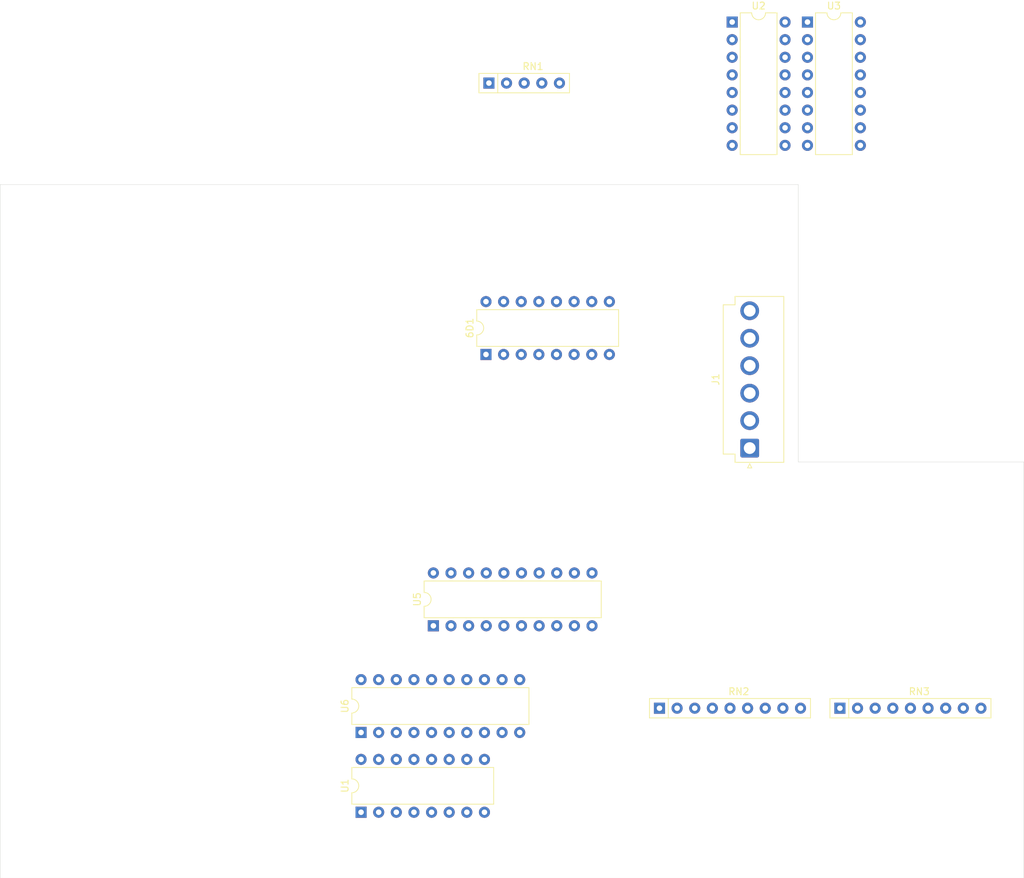
<source format=kicad_pcb>
(kicad_pcb (version 20171130) (host pcbnew "(5.1.10-1-10_14)")

  (general
    (thickness 1.6)
    (drawings 6)
    (tracks 0)
    (zones 0)
    (modules 10)
    (nets 116)
  )

  (page A4)
  (layers
    (0 F.Cu signal)
    (31 B.Cu signal)
    (32 B.Adhes user)
    (33 F.Adhes user)
    (34 B.Paste user)
    (35 F.Paste user)
    (36 B.SilkS user)
    (37 F.SilkS user)
    (38 B.Mask user)
    (39 F.Mask user)
    (40 Dwgs.User user)
    (41 Cmts.User user)
    (42 Eco1.User user)
    (43 Eco2.User user)
    (44 Edge.Cuts user)
    (45 Margin user)
    (46 B.CrtYd user)
    (47 F.CrtYd user)
    (48 B.Fab user)
    (49 F.Fab user)
  )

  (setup
    (last_trace_width 0.25)
    (trace_clearance 0.2)
    (zone_clearance 0.508)
    (zone_45_only no)
    (trace_min 0.2)
    (via_size 0.8)
    (via_drill 0.4)
    (via_min_size 0.4)
    (via_min_drill 0.3)
    (uvia_size 0.3)
    (uvia_drill 0.1)
    (uvias_allowed no)
    (uvia_min_size 0.2)
    (uvia_min_drill 0.1)
    (edge_width 0.05)
    (segment_width 0.2)
    (pcb_text_width 0.3)
    (pcb_text_size 1.5 1.5)
    (mod_edge_width 0.12)
    (mod_text_size 1 1)
    (mod_text_width 0.15)
    (pad_size 1.524 1.524)
    (pad_drill 0.762)
    (pad_to_mask_clearance 0)
    (aux_axis_origin 0 0)
    (visible_elements FFFFFF7F)
    (pcbplotparams
      (layerselection 0x010fc_ffffffff)
      (usegerberextensions false)
      (usegerberattributes true)
      (usegerberadvancedattributes true)
      (creategerberjobfile true)
      (excludeedgelayer true)
      (linewidth 0.100000)
      (plotframeref false)
      (viasonmask false)
      (mode 1)
      (useauxorigin false)
      (hpglpennumber 1)
      (hpglpenspeed 20)
      (hpglpendiameter 15.000000)
      (psnegative false)
      (psa4output false)
      (plotreference true)
      (plotvalue true)
      (plotinvisibletext false)
      (padsonsilk false)
      (subtractmaskfromsilk false)
      (outputformat 1)
      (mirror false)
      (drillshape 1)
      (scaleselection 1)
      (outputdirectory ""))
  )

  (net 0 "")
  (net 1 "Net-(6D1-Pad8)")
  (net 2 "Net-(6D1-Pad6)")
  (net 3 "Net-(6D1-Pad13)")
  (net 4 "Net-(6D1-Pad5)")
  (net 5 "Net-(6D1-Pad12)")
  (net 6 "Net-(6D1-Pad4)")
  (net 7 "Net-(6D1-Pad11)")
  (net 8 "Net-(6D1-Pad3)")
  (net 9 "Net-(6D1-Pad10)")
  (net 10 "Net-(6D1-Pad2)")
  (net 11 "Net-(6D1-Pad9)")
  (net 12 "Net-(6D1-Pad1)")
  (net 13 "Net-(J1-Pad6)")
  (net 14 "Net-(J1-Pad5)")
  (net 15 "Net-(J1-Pad4)")
  (net 16 "Net-(J1-Pad3)")
  (net 17 "Net-(J1-Pad2)")
  (net 18 "Net-(J1-Pad1)")
  (net 19 "Net-(RN1-Pad5)")
  (net 20 "Net-(RN1-Pad4)")
  (net 21 "Net-(RN1-Pad3)")
  (net 22 "Net-(RN1-Pad2)")
  (net 23 "Net-(RN1-Pad1)")
  (net 24 "Net-(RN2-Pad9)")
  (net 25 "Net-(RN2-Pad8)")
  (net 26 "Net-(RN2-Pad7)")
  (net 27 "Net-(RN2-Pad6)")
  (net 28 "Net-(RN2-Pad5)")
  (net 29 "Net-(RN2-Pad4)")
  (net 30 "Net-(RN2-Pad3)")
  (net 31 "Net-(RN2-Pad2)")
  (net 32 "Net-(RN2-Pad1)")
  (net 33 "Net-(RN3-Pad9)")
  (net 34 "Net-(RN3-Pad8)")
  (net 35 "Net-(RN3-Pad7)")
  (net 36 "Net-(RN3-Pad6)")
  (net 37 "Net-(RN3-Pad5)")
  (net 38 "Net-(RN3-Pad4)")
  (net 39 "Net-(RN3-Pad3)")
  (net 40 "Net-(RN3-Pad2)")
  (net 41 "Net-(RN3-Pad1)")
  (net 42 "Net-(U1-Pad16)")
  (net 43 "Net-(U1-Pad8)")
  (net 44 "Net-(U1-Pad15)")
  (net 45 "Net-(U1-Pad7)")
  (net 46 "Net-(U1-Pad14)")
  (net 47 "Net-(U1-Pad6)")
  (net 48 "Net-(U1-Pad13)")
  (net 49 "Net-(U1-Pad5)")
  (net 50 "Net-(U1-Pad12)")
  (net 51 "Net-(U1-Pad4)")
  (net 52 "Net-(U1-Pad11)")
  (net 53 "Net-(U1-Pad3)")
  (net 54 "Net-(U1-Pad10)")
  (net 55 "Net-(U1-Pad2)")
  (net 56 "Net-(U1-Pad9)")
  (net 57 "Net-(U1-Pad1)")
  (net 58 "Net-(U2-Pad16)")
  (net 59 "Net-(U2-Pad8)")
  (net 60 "Net-(U2-Pad15)")
  (net 61 "Net-(U2-Pad7)")
  (net 62 "Net-(U2-Pad14)")
  (net 63 "Net-(U2-Pad6)")
  (net 64 "Net-(U2-Pad13)")
  (net 65 "Net-(U2-Pad5)")
  (net 66 "Net-(U2-Pad12)")
  (net 67 "Net-(U2-Pad4)")
  (net 68 "Net-(U2-Pad11)")
  (net 69 "Net-(U2-Pad3)")
  (net 70 "Net-(U2-Pad10)")
  (net 71 "Net-(U2-Pad2)")
  (net 72 "Net-(U2-Pad9)")
  (net 73 "Net-(U2-Pad1)")
  (net 74 "Net-(U3-Pad7)")
  (net 75 "Net-(U3-Pad14)")
  (net 76 "Net-(U5-Pad20)")
  (net 77 "Net-(U5-Pad10)")
  (net 78 "Net-(U5-Pad19)")
  (net 79 "Net-(U5-Pad9)")
  (net 80 "Net-(U5-Pad18)")
  (net 81 "Net-(U5-Pad8)")
  (net 82 "Net-(U5-Pad17)")
  (net 83 "Net-(U5-Pad7)")
  (net 84 "Net-(U5-Pad16)")
  (net 85 "Net-(U5-Pad6)")
  (net 86 "Net-(U5-Pad15)")
  (net 87 "Net-(U5-Pad5)")
  (net 88 "Net-(U5-Pad14)")
  (net 89 "Net-(U5-Pad4)")
  (net 90 "Net-(U5-Pad13)")
  (net 91 "Net-(U5-Pad3)")
  (net 92 "Net-(U5-Pad12)")
  (net 93 "Net-(U5-Pad2)")
  (net 94 "Net-(U5-Pad11)")
  (net 95 "Net-(U5-Pad1)")
  (net 96 "Net-(U6-Pad20)")
  (net 97 "Net-(U6-Pad10)")
  (net 98 "Net-(U6-Pad19)")
  (net 99 "Net-(U6-Pad9)")
  (net 100 "Net-(U6-Pad18)")
  (net 101 "Net-(U6-Pad8)")
  (net 102 "Net-(U6-Pad17)")
  (net 103 "Net-(U6-Pad7)")
  (net 104 "Net-(U6-Pad16)")
  (net 105 "Net-(U6-Pad6)")
  (net 106 "Net-(U6-Pad15)")
  (net 107 "Net-(U6-Pad5)")
  (net 108 "Net-(U6-Pad14)")
  (net 109 "Net-(U6-Pad4)")
  (net 110 "Net-(U6-Pad13)")
  (net 111 "Net-(U6-Pad3)")
  (net 112 "Net-(U6-Pad12)")
  (net 113 "Net-(U6-Pad2)")
  (net 114 "Net-(U6-Pad11)")
  (net 115 "Net-(U6-Pad1)")

  (net_class Default "This is the default net class."
    (clearance 0.2)
    (trace_width 0.25)
    (via_dia 0.8)
    (via_drill 0.4)
    (uvia_dia 0.3)
    (uvia_drill 0.1)
    (add_net "Net-(6D1-Pad1)")
    (add_net "Net-(6D1-Pad10)")
    (add_net "Net-(6D1-Pad11)")
    (add_net "Net-(6D1-Pad12)")
    (add_net "Net-(6D1-Pad13)")
    (add_net "Net-(6D1-Pad2)")
    (add_net "Net-(6D1-Pad3)")
    (add_net "Net-(6D1-Pad4)")
    (add_net "Net-(6D1-Pad5)")
    (add_net "Net-(6D1-Pad6)")
    (add_net "Net-(6D1-Pad8)")
    (add_net "Net-(6D1-Pad9)")
    (add_net "Net-(J1-Pad1)")
    (add_net "Net-(J1-Pad2)")
    (add_net "Net-(J1-Pad3)")
    (add_net "Net-(J1-Pad4)")
    (add_net "Net-(J1-Pad5)")
    (add_net "Net-(J1-Pad6)")
    (add_net "Net-(RN1-Pad1)")
    (add_net "Net-(RN1-Pad2)")
    (add_net "Net-(RN1-Pad3)")
    (add_net "Net-(RN1-Pad4)")
    (add_net "Net-(RN1-Pad5)")
    (add_net "Net-(RN2-Pad1)")
    (add_net "Net-(RN2-Pad2)")
    (add_net "Net-(RN2-Pad3)")
    (add_net "Net-(RN2-Pad4)")
    (add_net "Net-(RN2-Pad5)")
    (add_net "Net-(RN2-Pad6)")
    (add_net "Net-(RN2-Pad7)")
    (add_net "Net-(RN2-Pad8)")
    (add_net "Net-(RN2-Pad9)")
    (add_net "Net-(RN3-Pad1)")
    (add_net "Net-(RN3-Pad2)")
    (add_net "Net-(RN3-Pad3)")
    (add_net "Net-(RN3-Pad4)")
    (add_net "Net-(RN3-Pad5)")
    (add_net "Net-(RN3-Pad6)")
    (add_net "Net-(RN3-Pad7)")
    (add_net "Net-(RN3-Pad8)")
    (add_net "Net-(RN3-Pad9)")
    (add_net "Net-(U1-Pad1)")
    (add_net "Net-(U1-Pad10)")
    (add_net "Net-(U1-Pad11)")
    (add_net "Net-(U1-Pad12)")
    (add_net "Net-(U1-Pad13)")
    (add_net "Net-(U1-Pad14)")
    (add_net "Net-(U1-Pad15)")
    (add_net "Net-(U1-Pad16)")
    (add_net "Net-(U1-Pad2)")
    (add_net "Net-(U1-Pad3)")
    (add_net "Net-(U1-Pad4)")
    (add_net "Net-(U1-Pad5)")
    (add_net "Net-(U1-Pad6)")
    (add_net "Net-(U1-Pad7)")
    (add_net "Net-(U1-Pad8)")
    (add_net "Net-(U1-Pad9)")
    (add_net "Net-(U2-Pad1)")
    (add_net "Net-(U2-Pad10)")
    (add_net "Net-(U2-Pad11)")
    (add_net "Net-(U2-Pad12)")
    (add_net "Net-(U2-Pad13)")
    (add_net "Net-(U2-Pad14)")
    (add_net "Net-(U2-Pad15)")
    (add_net "Net-(U2-Pad16)")
    (add_net "Net-(U2-Pad2)")
    (add_net "Net-(U2-Pad3)")
    (add_net "Net-(U2-Pad4)")
    (add_net "Net-(U2-Pad5)")
    (add_net "Net-(U2-Pad6)")
    (add_net "Net-(U2-Pad7)")
    (add_net "Net-(U2-Pad8)")
    (add_net "Net-(U2-Pad9)")
    (add_net "Net-(U3-Pad14)")
    (add_net "Net-(U3-Pad7)")
    (add_net "Net-(U5-Pad1)")
    (add_net "Net-(U5-Pad10)")
    (add_net "Net-(U5-Pad11)")
    (add_net "Net-(U5-Pad12)")
    (add_net "Net-(U5-Pad13)")
    (add_net "Net-(U5-Pad14)")
    (add_net "Net-(U5-Pad15)")
    (add_net "Net-(U5-Pad16)")
    (add_net "Net-(U5-Pad17)")
    (add_net "Net-(U5-Pad18)")
    (add_net "Net-(U5-Pad19)")
    (add_net "Net-(U5-Pad2)")
    (add_net "Net-(U5-Pad20)")
    (add_net "Net-(U5-Pad3)")
    (add_net "Net-(U5-Pad4)")
    (add_net "Net-(U5-Pad5)")
    (add_net "Net-(U5-Pad6)")
    (add_net "Net-(U5-Pad7)")
    (add_net "Net-(U5-Pad8)")
    (add_net "Net-(U5-Pad9)")
    (add_net "Net-(U6-Pad1)")
    (add_net "Net-(U6-Pad10)")
    (add_net "Net-(U6-Pad11)")
    (add_net "Net-(U6-Pad12)")
    (add_net "Net-(U6-Pad13)")
    (add_net "Net-(U6-Pad14)")
    (add_net "Net-(U6-Pad15)")
    (add_net "Net-(U6-Pad16)")
    (add_net "Net-(U6-Pad17)")
    (add_net "Net-(U6-Pad18)")
    (add_net "Net-(U6-Pad19)")
    (add_net "Net-(U6-Pad2)")
    (add_net "Net-(U6-Pad20)")
    (add_net "Net-(U6-Pad3)")
    (add_net "Net-(U6-Pad4)")
    (add_net "Net-(U6-Pad5)")
    (add_net "Net-(U6-Pad6)")
    (add_net "Net-(U6-Pad7)")
    (add_net "Net-(U6-Pad8)")
    (add_net "Net-(U6-Pad9)")
  )

  (module Package_DIP:DIP-20_W7.62mm (layer F.Cu) (tedit 5A02E8C5) (tstamp 61FC86C9)
    (at 112 129 90)
    (descr "20-lead though-hole mounted DIP package, row spacing 7.62 mm (300 mils)")
    (tags "THT DIP DIL PDIP 2.54mm 7.62mm 300mil")
    (path /624F2B5E)
    (fp_text reference U6 (at 3.81 -2.33 90) (layer F.SilkS)
      (effects (font (size 1 1) (thickness 0.15)))
    )
    (fp_text value GAL16V8 (at 3.81 25.19 90) (layer F.Fab)
      (effects (font (size 1 1) (thickness 0.15)))
    )
    (fp_text user %R (at 3.81 11.43 90) (layer F.Fab)
      (effects (font (size 1 1) (thickness 0.15)))
    )
    (fp_arc (start 3.81 -1.33) (end 2.81 -1.33) (angle -180) (layer F.SilkS) (width 0.12))
    (fp_line (start 1.635 -1.27) (end 6.985 -1.27) (layer F.Fab) (width 0.1))
    (fp_line (start 6.985 -1.27) (end 6.985 24.13) (layer F.Fab) (width 0.1))
    (fp_line (start 6.985 24.13) (end 0.635 24.13) (layer F.Fab) (width 0.1))
    (fp_line (start 0.635 24.13) (end 0.635 -0.27) (layer F.Fab) (width 0.1))
    (fp_line (start 0.635 -0.27) (end 1.635 -1.27) (layer F.Fab) (width 0.1))
    (fp_line (start 2.81 -1.33) (end 1.16 -1.33) (layer F.SilkS) (width 0.12))
    (fp_line (start 1.16 -1.33) (end 1.16 24.19) (layer F.SilkS) (width 0.12))
    (fp_line (start 1.16 24.19) (end 6.46 24.19) (layer F.SilkS) (width 0.12))
    (fp_line (start 6.46 24.19) (end 6.46 -1.33) (layer F.SilkS) (width 0.12))
    (fp_line (start 6.46 -1.33) (end 4.81 -1.33) (layer F.SilkS) (width 0.12))
    (fp_line (start -1.1 -1.55) (end -1.1 24.4) (layer F.CrtYd) (width 0.05))
    (fp_line (start -1.1 24.4) (end 8.7 24.4) (layer F.CrtYd) (width 0.05))
    (fp_line (start 8.7 24.4) (end 8.7 -1.55) (layer F.CrtYd) (width 0.05))
    (fp_line (start 8.7 -1.55) (end -1.1 -1.55) (layer F.CrtYd) (width 0.05))
    (pad 20 thru_hole oval (at 7.62 0 90) (size 1.6 1.6) (drill 0.8) (layers *.Cu *.Mask)
      (net 96 "Net-(U6-Pad20)"))
    (pad 10 thru_hole oval (at 0 22.86 90) (size 1.6 1.6) (drill 0.8) (layers *.Cu *.Mask)
      (net 97 "Net-(U6-Pad10)"))
    (pad 19 thru_hole oval (at 7.62 2.54 90) (size 1.6 1.6) (drill 0.8) (layers *.Cu *.Mask)
      (net 98 "Net-(U6-Pad19)"))
    (pad 9 thru_hole oval (at 0 20.32 90) (size 1.6 1.6) (drill 0.8) (layers *.Cu *.Mask)
      (net 99 "Net-(U6-Pad9)"))
    (pad 18 thru_hole oval (at 7.62 5.08 90) (size 1.6 1.6) (drill 0.8) (layers *.Cu *.Mask)
      (net 100 "Net-(U6-Pad18)"))
    (pad 8 thru_hole oval (at 0 17.78 90) (size 1.6 1.6) (drill 0.8) (layers *.Cu *.Mask)
      (net 101 "Net-(U6-Pad8)"))
    (pad 17 thru_hole oval (at 7.62 7.62 90) (size 1.6 1.6) (drill 0.8) (layers *.Cu *.Mask)
      (net 102 "Net-(U6-Pad17)"))
    (pad 7 thru_hole oval (at 0 15.24 90) (size 1.6 1.6) (drill 0.8) (layers *.Cu *.Mask)
      (net 103 "Net-(U6-Pad7)"))
    (pad 16 thru_hole oval (at 7.62 10.16 90) (size 1.6 1.6) (drill 0.8) (layers *.Cu *.Mask)
      (net 104 "Net-(U6-Pad16)"))
    (pad 6 thru_hole oval (at 0 12.7 90) (size 1.6 1.6) (drill 0.8) (layers *.Cu *.Mask)
      (net 105 "Net-(U6-Pad6)"))
    (pad 15 thru_hole oval (at 7.62 12.7 90) (size 1.6 1.6) (drill 0.8) (layers *.Cu *.Mask)
      (net 106 "Net-(U6-Pad15)"))
    (pad 5 thru_hole oval (at 0 10.16 90) (size 1.6 1.6) (drill 0.8) (layers *.Cu *.Mask)
      (net 107 "Net-(U6-Pad5)"))
    (pad 14 thru_hole oval (at 7.62 15.24 90) (size 1.6 1.6) (drill 0.8) (layers *.Cu *.Mask)
      (net 108 "Net-(U6-Pad14)"))
    (pad 4 thru_hole oval (at 0 7.62 90) (size 1.6 1.6) (drill 0.8) (layers *.Cu *.Mask)
      (net 109 "Net-(U6-Pad4)"))
    (pad 13 thru_hole oval (at 7.62 17.78 90) (size 1.6 1.6) (drill 0.8) (layers *.Cu *.Mask)
      (net 110 "Net-(U6-Pad13)"))
    (pad 3 thru_hole oval (at 0 5.08 90) (size 1.6 1.6) (drill 0.8) (layers *.Cu *.Mask)
      (net 111 "Net-(U6-Pad3)"))
    (pad 12 thru_hole oval (at 7.62 20.32 90) (size 1.6 1.6) (drill 0.8) (layers *.Cu *.Mask)
      (net 112 "Net-(U6-Pad12)"))
    (pad 2 thru_hole oval (at 0 2.54 90) (size 1.6 1.6) (drill 0.8) (layers *.Cu *.Mask)
      (net 113 "Net-(U6-Pad2)"))
    (pad 11 thru_hole oval (at 7.62 22.86 90) (size 1.6 1.6) (drill 0.8) (layers *.Cu *.Mask)
      (net 114 "Net-(U6-Pad11)"))
    (pad 1 thru_hole rect (at 0 0 90) (size 1.6 1.6) (drill 0.8) (layers *.Cu *.Mask)
      (net 115 "Net-(U6-Pad1)"))
    (model ${KISYS3DMOD}/Package_DIP.3dshapes/DIP-20_W7.62mm.wrl
      (at (xyz 0 0 0))
      (scale (xyz 1 1 1))
      (rotate (xyz 0 0 0))
    )
  )

  (module Package_DIP:DIP-20_W7.62mm (layer F.Cu) (tedit 5A02E8C5) (tstamp 61FC86A1)
    (at 122.42 113.62 90)
    (descr "20-lead though-hole mounted DIP package, row spacing 7.62 mm (300 mils)")
    (tags "THT DIP DIL PDIP 2.54mm 7.62mm 300mil")
    (path /624F23E2)
    (fp_text reference U5 (at 3.81 -2.33 90) (layer F.SilkS)
      (effects (font (size 1 1) (thickness 0.15)))
    )
    (fp_text value GAL16V8 (at 3.81 25.19 90) (layer F.Fab)
      (effects (font (size 1 1) (thickness 0.15)))
    )
    (fp_text user %R (at 3.81 11.43 90) (layer F.Fab)
      (effects (font (size 1 1) (thickness 0.15)))
    )
    (fp_arc (start 3.81 -1.33) (end 2.81 -1.33) (angle -180) (layer F.SilkS) (width 0.12))
    (fp_line (start 1.635 -1.27) (end 6.985 -1.27) (layer F.Fab) (width 0.1))
    (fp_line (start 6.985 -1.27) (end 6.985 24.13) (layer F.Fab) (width 0.1))
    (fp_line (start 6.985 24.13) (end 0.635 24.13) (layer F.Fab) (width 0.1))
    (fp_line (start 0.635 24.13) (end 0.635 -0.27) (layer F.Fab) (width 0.1))
    (fp_line (start 0.635 -0.27) (end 1.635 -1.27) (layer F.Fab) (width 0.1))
    (fp_line (start 2.81 -1.33) (end 1.16 -1.33) (layer F.SilkS) (width 0.12))
    (fp_line (start 1.16 -1.33) (end 1.16 24.19) (layer F.SilkS) (width 0.12))
    (fp_line (start 1.16 24.19) (end 6.46 24.19) (layer F.SilkS) (width 0.12))
    (fp_line (start 6.46 24.19) (end 6.46 -1.33) (layer F.SilkS) (width 0.12))
    (fp_line (start 6.46 -1.33) (end 4.81 -1.33) (layer F.SilkS) (width 0.12))
    (fp_line (start -1.1 -1.55) (end -1.1 24.4) (layer F.CrtYd) (width 0.05))
    (fp_line (start -1.1 24.4) (end 8.7 24.4) (layer F.CrtYd) (width 0.05))
    (fp_line (start 8.7 24.4) (end 8.7 -1.55) (layer F.CrtYd) (width 0.05))
    (fp_line (start 8.7 -1.55) (end -1.1 -1.55) (layer F.CrtYd) (width 0.05))
    (pad 20 thru_hole oval (at 7.62 0 90) (size 1.6 1.6) (drill 0.8) (layers *.Cu *.Mask)
      (net 76 "Net-(U5-Pad20)"))
    (pad 10 thru_hole oval (at 0 22.86 90) (size 1.6 1.6) (drill 0.8) (layers *.Cu *.Mask)
      (net 77 "Net-(U5-Pad10)"))
    (pad 19 thru_hole oval (at 7.62 2.54 90) (size 1.6 1.6) (drill 0.8) (layers *.Cu *.Mask)
      (net 78 "Net-(U5-Pad19)"))
    (pad 9 thru_hole oval (at 0 20.32 90) (size 1.6 1.6) (drill 0.8) (layers *.Cu *.Mask)
      (net 79 "Net-(U5-Pad9)"))
    (pad 18 thru_hole oval (at 7.62 5.08 90) (size 1.6 1.6) (drill 0.8) (layers *.Cu *.Mask)
      (net 80 "Net-(U5-Pad18)"))
    (pad 8 thru_hole oval (at 0 17.78 90) (size 1.6 1.6) (drill 0.8) (layers *.Cu *.Mask)
      (net 81 "Net-(U5-Pad8)"))
    (pad 17 thru_hole oval (at 7.62 7.62 90) (size 1.6 1.6) (drill 0.8) (layers *.Cu *.Mask)
      (net 82 "Net-(U5-Pad17)"))
    (pad 7 thru_hole oval (at 0 15.24 90) (size 1.6 1.6) (drill 0.8) (layers *.Cu *.Mask)
      (net 83 "Net-(U5-Pad7)"))
    (pad 16 thru_hole oval (at 7.62 10.16 90) (size 1.6 1.6) (drill 0.8) (layers *.Cu *.Mask)
      (net 84 "Net-(U5-Pad16)"))
    (pad 6 thru_hole oval (at 0 12.7 90) (size 1.6 1.6) (drill 0.8) (layers *.Cu *.Mask)
      (net 85 "Net-(U5-Pad6)"))
    (pad 15 thru_hole oval (at 7.62 12.7 90) (size 1.6 1.6) (drill 0.8) (layers *.Cu *.Mask)
      (net 86 "Net-(U5-Pad15)"))
    (pad 5 thru_hole oval (at 0 10.16 90) (size 1.6 1.6) (drill 0.8) (layers *.Cu *.Mask)
      (net 87 "Net-(U5-Pad5)"))
    (pad 14 thru_hole oval (at 7.62 15.24 90) (size 1.6 1.6) (drill 0.8) (layers *.Cu *.Mask)
      (net 88 "Net-(U5-Pad14)"))
    (pad 4 thru_hole oval (at 0 7.62 90) (size 1.6 1.6) (drill 0.8) (layers *.Cu *.Mask)
      (net 89 "Net-(U5-Pad4)"))
    (pad 13 thru_hole oval (at 7.62 17.78 90) (size 1.6 1.6) (drill 0.8) (layers *.Cu *.Mask)
      (net 90 "Net-(U5-Pad13)"))
    (pad 3 thru_hole oval (at 0 5.08 90) (size 1.6 1.6) (drill 0.8) (layers *.Cu *.Mask)
      (net 91 "Net-(U5-Pad3)"))
    (pad 12 thru_hole oval (at 7.62 20.32 90) (size 1.6 1.6) (drill 0.8) (layers *.Cu *.Mask)
      (net 92 "Net-(U5-Pad12)"))
    (pad 2 thru_hole oval (at 0 2.54 90) (size 1.6 1.6) (drill 0.8) (layers *.Cu *.Mask)
      (net 93 "Net-(U5-Pad2)"))
    (pad 11 thru_hole oval (at 7.62 22.86 90) (size 1.6 1.6) (drill 0.8) (layers *.Cu *.Mask)
      (net 94 "Net-(U5-Pad11)"))
    (pad 1 thru_hole rect (at 0 0 90) (size 1.6 1.6) (drill 0.8) (layers *.Cu *.Mask)
      (net 95 "Net-(U5-Pad1)"))
    (model ${KISYS3DMOD}/Package_DIP.3dshapes/DIP-20_W7.62mm.wrl
      (at (xyz 0 0 0))
      (scale (xyz 1 1 1))
      (rotate (xyz 0 0 0))
    )
  )

  (module Package_DIP:DIP-16_W7.62mm (layer F.Cu) (tedit 5A02E8C5) (tstamp 61FC8679)
    (at 176.325001 26.575001)
    (descr "16-lead though-hole mounted DIP package, row spacing 7.62 mm (300 mils)")
    (tags "THT DIP DIL PDIP 2.54mm 7.62mm 300mil")
    (path /624EF432)
    (fp_text reference U3 (at 3.81 -2.33) (layer F.SilkS)
      (effects (font (size 1 1) (thickness 0.15)))
    )
    (fp_text value 74LS14 (at 3.81 20.11) (layer F.Fab)
      (effects (font (size 1 1) (thickness 0.15)))
    )
    (fp_text user %R (at 3.81 8.89) (layer F.Fab)
      (effects (font (size 1 1) (thickness 0.15)))
    )
    (fp_arc (start 3.81 -1.33) (end 2.81 -1.33) (angle -180) (layer F.SilkS) (width 0.12))
    (fp_line (start 1.635 -1.27) (end 6.985 -1.27) (layer F.Fab) (width 0.1))
    (fp_line (start 6.985 -1.27) (end 6.985 19.05) (layer F.Fab) (width 0.1))
    (fp_line (start 6.985 19.05) (end 0.635 19.05) (layer F.Fab) (width 0.1))
    (fp_line (start 0.635 19.05) (end 0.635 -0.27) (layer F.Fab) (width 0.1))
    (fp_line (start 0.635 -0.27) (end 1.635 -1.27) (layer F.Fab) (width 0.1))
    (fp_line (start 2.81 -1.33) (end 1.16 -1.33) (layer F.SilkS) (width 0.12))
    (fp_line (start 1.16 -1.33) (end 1.16 19.11) (layer F.SilkS) (width 0.12))
    (fp_line (start 1.16 19.11) (end 6.46 19.11) (layer F.SilkS) (width 0.12))
    (fp_line (start 6.46 19.11) (end 6.46 -1.33) (layer F.SilkS) (width 0.12))
    (fp_line (start 6.46 -1.33) (end 4.81 -1.33) (layer F.SilkS) (width 0.12))
    (fp_line (start -1.1 -1.55) (end -1.1 19.3) (layer F.CrtYd) (width 0.05))
    (fp_line (start -1.1 19.3) (end 8.7 19.3) (layer F.CrtYd) (width 0.05))
    (fp_line (start 8.7 19.3) (end 8.7 -1.55) (layer F.CrtYd) (width 0.05))
    (fp_line (start 8.7 -1.55) (end -1.1 -1.55) (layer F.CrtYd) (width 0.05))
    (pad 16 thru_hole oval (at 7.62 0) (size 1.6 1.6) (drill 0.8) (layers *.Cu *.Mask))
    (pad 8 thru_hole oval (at 0 17.78) (size 1.6 1.6) (drill 0.8) (layers *.Cu *.Mask))
    (pad 15 thru_hole oval (at 7.62 2.54) (size 1.6 1.6) (drill 0.8) (layers *.Cu *.Mask))
    (pad 7 thru_hole oval (at 0 15.24) (size 1.6 1.6) (drill 0.8) (layers *.Cu *.Mask)
      (net 74 "Net-(U3-Pad7)"))
    (pad 14 thru_hole oval (at 7.62 5.08) (size 1.6 1.6) (drill 0.8) (layers *.Cu *.Mask)
      (net 75 "Net-(U3-Pad14)"))
    (pad 6 thru_hole oval (at 0 12.7) (size 1.6 1.6) (drill 0.8) (layers *.Cu *.Mask))
    (pad 13 thru_hole oval (at 7.62 7.62) (size 1.6 1.6) (drill 0.8) (layers *.Cu *.Mask))
    (pad 5 thru_hole oval (at 0 10.16) (size 1.6 1.6) (drill 0.8) (layers *.Cu *.Mask))
    (pad 12 thru_hole oval (at 7.62 10.16) (size 1.6 1.6) (drill 0.8) (layers *.Cu *.Mask))
    (pad 4 thru_hole oval (at 0 7.62) (size 1.6 1.6) (drill 0.8) (layers *.Cu *.Mask))
    (pad 11 thru_hole oval (at 7.62 12.7) (size 1.6 1.6) (drill 0.8) (layers *.Cu *.Mask))
    (pad 3 thru_hole oval (at 0 5.08) (size 1.6 1.6) (drill 0.8) (layers *.Cu *.Mask))
    (pad 10 thru_hole oval (at 7.62 15.24) (size 1.6 1.6) (drill 0.8) (layers *.Cu *.Mask))
    (pad 2 thru_hole oval (at 0 2.54) (size 1.6 1.6) (drill 0.8) (layers *.Cu *.Mask))
    (pad 9 thru_hole oval (at 7.62 17.78) (size 1.6 1.6) (drill 0.8) (layers *.Cu *.Mask))
    (pad 1 thru_hole rect (at 0 0) (size 1.6 1.6) (drill 0.8) (layers *.Cu *.Mask))
    (model ${KISYS3DMOD}/Package_DIP.3dshapes/DIP-16_W7.62mm.wrl
      (at (xyz 0 0 0))
      (scale (xyz 1 1 1))
      (rotate (xyz 0 0 0))
    )
  )

  (module Package_DIP:DIP-16_W7.62mm (layer F.Cu) (tedit 5A02E8C5) (tstamp 61FC8655)
    (at 165.475001 26.575001)
    (descr "16-lead though-hole mounted DIP package, row spacing 7.62 mm (300 mils)")
    (tags "THT DIP DIL PDIP 2.54mm 7.62mm 300mil")
    (path /624F2FA3)
    (fp_text reference U2 (at 3.81 -2.33) (layer F.SilkS)
      (effects (font (size 1 1) (thickness 0.15)))
    )
    (fp_text value 74LS175 (at 3.81 20.11) (layer F.Fab)
      (effects (font (size 1 1) (thickness 0.15)))
    )
    (fp_text user %R (at 3.81 8.89) (layer F.Fab)
      (effects (font (size 1 1) (thickness 0.15)))
    )
    (fp_arc (start 3.81 -1.33) (end 2.81 -1.33) (angle -180) (layer F.SilkS) (width 0.12))
    (fp_line (start 1.635 -1.27) (end 6.985 -1.27) (layer F.Fab) (width 0.1))
    (fp_line (start 6.985 -1.27) (end 6.985 19.05) (layer F.Fab) (width 0.1))
    (fp_line (start 6.985 19.05) (end 0.635 19.05) (layer F.Fab) (width 0.1))
    (fp_line (start 0.635 19.05) (end 0.635 -0.27) (layer F.Fab) (width 0.1))
    (fp_line (start 0.635 -0.27) (end 1.635 -1.27) (layer F.Fab) (width 0.1))
    (fp_line (start 2.81 -1.33) (end 1.16 -1.33) (layer F.SilkS) (width 0.12))
    (fp_line (start 1.16 -1.33) (end 1.16 19.11) (layer F.SilkS) (width 0.12))
    (fp_line (start 1.16 19.11) (end 6.46 19.11) (layer F.SilkS) (width 0.12))
    (fp_line (start 6.46 19.11) (end 6.46 -1.33) (layer F.SilkS) (width 0.12))
    (fp_line (start 6.46 -1.33) (end 4.81 -1.33) (layer F.SilkS) (width 0.12))
    (fp_line (start -1.1 -1.55) (end -1.1 19.3) (layer F.CrtYd) (width 0.05))
    (fp_line (start -1.1 19.3) (end 8.7 19.3) (layer F.CrtYd) (width 0.05))
    (fp_line (start 8.7 19.3) (end 8.7 -1.55) (layer F.CrtYd) (width 0.05))
    (fp_line (start 8.7 -1.55) (end -1.1 -1.55) (layer F.CrtYd) (width 0.05))
    (pad 16 thru_hole oval (at 7.62 0) (size 1.6 1.6) (drill 0.8) (layers *.Cu *.Mask)
      (net 58 "Net-(U2-Pad16)"))
    (pad 8 thru_hole oval (at 0 17.78) (size 1.6 1.6) (drill 0.8) (layers *.Cu *.Mask)
      (net 59 "Net-(U2-Pad8)"))
    (pad 15 thru_hole oval (at 7.62 2.54) (size 1.6 1.6) (drill 0.8) (layers *.Cu *.Mask)
      (net 60 "Net-(U2-Pad15)"))
    (pad 7 thru_hole oval (at 0 15.24) (size 1.6 1.6) (drill 0.8) (layers *.Cu *.Mask)
      (net 61 "Net-(U2-Pad7)"))
    (pad 14 thru_hole oval (at 7.62 5.08) (size 1.6 1.6) (drill 0.8) (layers *.Cu *.Mask)
      (net 62 "Net-(U2-Pad14)"))
    (pad 6 thru_hole oval (at 0 12.7) (size 1.6 1.6) (drill 0.8) (layers *.Cu *.Mask)
      (net 63 "Net-(U2-Pad6)"))
    (pad 13 thru_hole oval (at 7.62 7.62) (size 1.6 1.6) (drill 0.8) (layers *.Cu *.Mask)
      (net 64 "Net-(U2-Pad13)"))
    (pad 5 thru_hole oval (at 0 10.16) (size 1.6 1.6) (drill 0.8) (layers *.Cu *.Mask)
      (net 65 "Net-(U2-Pad5)"))
    (pad 12 thru_hole oval (at 7.62 10.16) (size 1.6 1.6) (drill 0.8) (layers *.Cu *.Mask)
      (net 66 "Net-(U2-Pad12)"))
    (pad 4 thru_hole oval (at 0 7.62) (size 1.6 1.6) (drill 0.8) (layers *.Cu *.Mask)
      (net 67 "Net-(U2-Pad4)"))
    (pad 11 thru_hole oval (at 7.62 12.7) (size 1.6 1.6) (drill 0.8) (layers *.Cu *.Mask)
      (net 68 "Net-(U2-Pad11)"))
    (pad 3 thru_hole oval (at 0 5.08) (size 1.6 1.6) (drill 0.8) (layers *.Cu *.Mask)
      (net 69 "Net-(U2-Pad3)"))
    (pad 10 thru_hole oval (at 7.62 15.24) (size 1.6 1.6) (drill 0.8) (layers *.Cu *.Mask)
      (net 70 "Net-(U2-Pad10)"))
    (pad 2 thru_hole oval (at 0 2.54) (size 1.6 1.6) (drill 0.8) (layers *.Cu *.Mask)
      (net 71 "Net-(U2-Pad2)"))
    (pad 9 thru_hole oval (at 7.62 17.78) (size 1.6 1.6) (drill 0.8) (layers *.Cu *.Mask)
      (net 72 "Net-(U2-Pad9)"))
    (pad 1 thru_hole rect (at 0 0) (size 1.6 1.6) (drill 0.8) (layers *.Cu *.Mask)
      (net 73 "Net-(U2-Pad1)"))
    (model ${KISYS3DMOD}/Package_DIP.3dshapes/DIP-16_W7.62mm.wrl
      (at (xyz 0 0 0))
      (scale (xyz 1 1 1))
      (rotate (xyz 0 0 0))
    )
  )

  (module Package_DIP:DIP-16_W7.62mm (layer F.Cu) (tedit 5A02E8C5) (tstamp 61FC8631)
    (at 112 140.5 90)
    (descr "16-lead though-hole mounted DIP package, row spacing 7.62 mm (300 mils)")
    (tags "THT DIP DIL PDIP 2.54mm 7.62mm 300mil")
    (path /624F1075)
    (fp_text reference U1 (at 3.81 -2.33 90) (layer F.SilkS)
      (effects (font (size 1 1) (thickness 0.15)))
    )
    (fp_text value 74LS175 (at 3.81 20.11 90) (layer F.Fab)
      (effects (font (size 1 1) (thickness 0.15)))
    )
    (fp_text user %R (at 3.81 8.89 90) (layer F.Fab)
      (effects (font (size 1 1) (thickness 0.15)))
    )
    (fp_arc (start 3.81 -1.33) (end 2.81 -1.33) (angle -180) (layer F.SilkS) (width 0.12))
    (fp_line (start 1.635 -1.27) (end 6.985 -1.27) (layer F.Fab) (width 0.1))
    (fp_line (start 6.985 -1.27) (end 6.985 19.05) (layer F.Fab) (width 0.1))
    (fp_line (start 6.985 19.05) (end 0.635 19.05) (layer F.Fab) (width 0.1))
    (fp_line (start 0.635 19.05) (end 0.635 -0.27) (layer F.Fab) (width 0.1))
    (fp_line (start 0.635 -0.27) (end 1.635 -1.27) (layer F.Fab) (width 0.1))
    (fp_line (start 2.81 -1.33) (end 1.16 -1.33) (layer F.SilkS) (width 0.12))
    (fp_line (start 1.16 -1.33) (end 1.16 19.11) (layer F.SilkS) (width 0.12))
    (fp_line (start 1.16 19.11) (end 6.46 19.11) (layer F.SilkS) (width 0.12))
    (fp_line (start 6.46 19.11) (end 6.46 -1.33) (layer F.SilkS) (width 0.12))
    (fp_line (start 6.46 -1.33) (end 4.81 -1.33) (layer F.SilkS) (width 0.12))
    (fp_line (start -1.1 -1.55) (end -1.1 19.3) (layer F.CrtYd) (width 0.05))
    (fp_line (start -1.1 19.3) (end 8.7 19.3) (layer F.CrtYd) (width 0.05))
    (fp_line (start 8.7 19.3) (end 8.7 -1.55) (layer F.CrtYd) (width 0.05))
    (fp_line (start 8.7 -1.55) (end -1.1 -1.55) (layer F.CrtYd) (width 0.05))
    (pad 16 thru_hole oval (at 7.62 0 90) (size 1.6 1.6) (drill 0.8) (layers *.Cu *.Mask)
      (net 42 "Net-(U1-Pad16)"))
    (pad 8 thru_hole oval (at 0 17.78 90) (size 1.6 1.6) (drill 0.8) (layers *.Cu *.Mask)
      (net 43 "Net-(U1-Pad8)"))
    (pad 15 thru_hole oval (at 7.62 2.54 90) (size 1.6 1.6) (drill 0.8) (layers *.Cu *.Mask)
      (net 44 "Net-(U1-Pad15)"))
    (pad 7 thru_hole oval (at 0 15.24 90) (size 1.6 1.6) (drill 0.8) (layers *.Cu *.Mask)
      (net 45 "Net-(U1-Pad7)"))
    (pad 14 thru_hole oval (at 7.62 5.08 90) (size 1.6 1.6) (drill 0.8) (layers *.Cu *.Mask)
      (net 46 "Net-(U1-Pad14)"))
    (pad 6 thru_hole oval (at 0 12.7 90) (size 1.6 1.6) (drill 0.8) (layers *.Cu *.Mask)
      (net 47 "Net-(U1-Pad6)"))
    (pad 13 thru_hole oval (at 7.62 7.62 90) (size 1.6 1.6) (drill 0.8) (layers *.Cu *.Mask)
      (net 48 "Net-(U1-Pad13)"))
    (pad 5 thru_hole oval (at 0 10.16 90) (size 1.6 1.6) (drill 0.8) (layers *.Cu *.Mask)
      (net 49 "Net-(U1-Pad5)"))
    (pad 12 thru_hole oval (at 7.62 10.16 90) (size 1.6 1.6) (drill 0.8) (layers *.Cu *.Mask)
      (net 50 "Net-(U1-Pad12)"))
    (pad 4 thru_hole oval (at 0 7.62 90) (size 1.6 1.6) (drill 0.8) (layers *.Cu *.Mask)
      (net 51 "Net-(U1-Pad4)"))
    (pad 11 thru_hole oval (at 7.62 12.7 90) (size 1.6 1.6) (drill 0.8) (layers *.Cu *.Mask)
      (net 52 "Net-(U1-Pad11)"))
    (pad 3 thru_hole oval (at 0 5.08 90) (size 1.6 1.6) (drill 0.8) (layers *.Cu *.Mask)
      (net 53 "Net-(U1-Pad3)"))
    (pad 10 thru_hole oval (at 7.62 15.24 90) (size 1.6 1.6) (drill 0.8) (layers *.Cu *.Mask)
      (net 54 "Net-(U1-Pad10)"))
    (pad 2 thru_hole oval (at 0 2.54 90) (size 1.6 1.6) (drill 0.8) (layers *.Cu *.Mask)
      (net 55 "Net-(U1-Pad2)"))
    (pad 9 thru_hole oval (at 7.62 17.78 90) (size 1.6 1.6) (drill 0.8) (layers *.Cu *.Mask)
      (net 56 "Net-(U1-Pad9)"))
    (pad 1 thru_hole rect (at 0 0 90) (size 1.6 1.6) (drill 0.8) (layers *.Cu *.Mask)
      (net 57 "Net-(U1-Pad1)"))
    (model ${KISYS3DMOD}/Package_DIP.3dshapes/DIP-16_W7.62mm.wrl
      (at (xyz 0 0 0))
      (scale (xyz 1 1 1))
      (rotate (xyz 0 0 0))
    )
  )

  (module Resistor_THT:R_Array_SIP9 (layer F.Cu) (tedit 5A14249F) (tstamp 61FC860D)
    (at 181 125.5)
    (descr "9-pin Resistor SIP pack")
    (tags R)
    (path /624F6B10)
    (fp_text reference RN3 (at 11.43 -2.4) (layer F.SilkS)
      (effects (font (size 1 1) (thickness 0.15)))
    )
    (fp_text value R_Network08 (at 11.43 2.4) (layer F.Fab)
      (effects (font (size 1 1) (thickness 0.15)))
    )
    (fp_text user %R (at 10.16 0) (layer F.Fab)
      (effects (font (size 1 1) (thickness 0.15)))
    )
    (fp_line (start -1.29 -1.25) (end -1.29 1.25) (layer F.Fab) (width 0.1))
    (fp_line (start -1.29 1.25) (end 21.61 1.25) (layer F.Fab) (width 0.1))
    (fp_line (start 21.61 1.25) (end 21.61 -1.25) (layer F.Fab) (width 0.1))
    (fp_line (start 21.61 -1.25) (end -1.29 -1.25) (layer F.Fab) (width 0.1))
    (fp_line (start 1.27 -1.25) (end 1.27 1.25) (layer F.Fab) (width 0.1))
    (fp_line (start -1.44 -1.4) (end -1.44 1.4) (layer F.SilkS) (width 0.12))
    (fp_line (start -1.44 1.4) (end 21.76 1.4) (layer F.SilkS) (width 0.12))
    (fp_line (start 21.76 1.4) (end 21.76 -1.4) (layer F.SilkS) (width 0.12))
    (fp_line (start 21.76 -1.4) (end -1.44 -1.4) (layer F.SilkS) (width 0.12))
    (fp_line (start 1.27 -1.4) (end 1.27 1.4) (layer F.SilkS) (width 0.12))
    (fp_line (start -1.7 -1.65) (end -1.7 1.65) (layer F.CrtYd) (width 0.05))
    (fp_line (start -1.7 1.65) (end 22.05 1.65) (layer F.CrtYd) (width 0.05))
    (fp_line (start 22.05 1.65) (end 22.05 -1.65) (layer F.CrtYd) (width 0.05))
    (fp_line (start 22.05 -1.65) (end -1.7 -1.65) (layer F.CrtYd) (width 0.05))
    (pad 9 thru_hole oval (at 20.32 0) (size 1.6 1.6) (drill 0.8) (layers *.Cu *.Mask)
      (net 33 "Net-(RN3-Pad9)"))
    (pad 8 thru_hole oval (at 17.78 0) (size 1.6 1.6) (drill 0.8) (layers *.Cu *.Mask)
      (net 34 "Net-(RN3-Pad8)"))
    (pad 7 thru_hole oval (at 15.24 0) (size 1.6 1.6) (drill 0.8) (layers *.Cu *.Mask)
      (net 35 "Net-(RN3-Pad7)"))
    (pad 6 thru_hole oval (at 12.7 0) (size 1.6 1.6) (drill 0.8) (layers *.Cu *.Mask)
      (net 36 "Net-(RN3-Pad6)"))
    (pad 5 thru_hole oval (at 10.16 0) (size 1.6 1.6) (drill 0.8) (layers *.Cu *.Mask)
      (net 37 "Net-(RN3-Pad5)"))
    (pad 4 thru_hole oval (at 7.62 0) (size 1.6 1.6) (drill 0.8) (layers *.Cu *.Mask)
      (net 38 "Net-(RN3-Pad4)"))
    (pad 3 thru_hole oval (at 5.08 0) (size 1.6 1.6) (drill 0.8) (layers *.Cu *.Mask)
      (net 39 "Net-(RN3-Pad3)"))
    (pad 2 thru_hole oval (at 2.54 0) (size 1.6 1.6) (drill 0.8) (layers *.Cu *.Mask)
      (net 40 "Net-(RN3-Pad2)"))
    (pad 1 thru_hole rect (at 0 0) (size 1.6 1.6) (drill 0.8) (layers *.Cu *.Mask)
      (net 41 "Net-(RN3-Pad1)"))
    (model ${KISYS3DMOD}/Resistor_THT.3dshapes/R_Array_SIP9.wrl
      (at (xyz 0 0 0))
      (scale (xyz 1 1 1))
      (rotate (xyz 0 0 0))
    )
  )

  (module Resistor_THT:R_Array_SIP9 (layer F.Cu) (tedit 5A14249F) (tstamp 61FC85F1)
    (at 155 125.5)
    (descr "9-pin Resistor SIP pack")
    (tags R)
    (path /624F57AC)
    (fp_text reference RN2 (at 11.43 -2.4) (layer F.SilkS)
      (effects (font (size 1 1) (thickness 0.15)))
    )
    (fp_text value R_Network08 (at 11.43 2.4) (layer F.Fab)
      (effects (font (size 1 1) (thickness 0.15)))
    )
    (fp_text user %R (at 10.16 0) (layer F.Fab)
      (effects (font (size 1 1) (thickness 0.15)))
    )
    (fp_line (start -1.29 -1.25) (end -1.29 1.25) (layer F.Fab) (width 0.1))
    (fp_line (start -1.29 1.25) (end 21.61 1.25) (layer F.Fab) (width 0.1))
    (fp_line (start 21.61 1.25) (end 21.61 -1.25) (layer F.Fab) (width 0.1))
    (fp_line (start 21.61 -1.25) (end -1.29 -1.25) (layer F.Fab) (width 0.1))
    (fp_line (start 1.27 -1.25) (end 1.27 1.25) (layer F.Fab) (width 0.1))
    (fp_line (start -1.44 -1.4) (end -1.44 1.4) (layer F.SilkS) (width 0.12))
    (fp_line (start -1.44 1.4) (end 21.76 1.4) (layer F.SilkS) (width 0.12))
    (fp_line (start 21.76 1.4) (end 21.76 -1.4) (layer F.SilkS) (width 0.12))
    (fp_line (start 21.76 -1.4) (end -1.44 -1.4) (layer F.SilkS) (width 0.12))
    (fp_line (start 1.27 -1.4) (end 1.27 1.4) (layer F.SilkS) (width 0.12))
    (fp_line (start -1.7 -1.65) (end -1.7 1.65) (layer F.CrtYd) (width 0.05))
    (fp_line (start -1.7 1.65) (end 22.05 1.65) (layer F.CrtYd) (width 0.05))
    (fp_line (start 22.05 1.65) (end 22.05 -1.65) (layer F.CrtYd) (width 0.05))
    (fp_line (start 22.05 -1.65) (end -1.7 -1.65) (layer F.CrtYd) (width 0.05))
    (pad 9 thru_hole oval (at 20.32 0) (size 1.6 1.6) (drill 0.8) (layers *.Cu *.Mask)
      (net 24 "Net-(RN2-Pad9)"))
    (pad 8 thru_hole oval (at 17.78 0) (size 1.6 1.6) (drill 0.8) (layers *.Cu *.Mask)
      (net 25 "Net-(RN2-Pad8)"))
    (pad 7 thru_hole oval (at 15.24 0) (size 1.6 1.6) (drill 0.8) (layers *.Cu *.Mask)
      (net 26 "Net-(RN2-Pad7)"))
    (pad 6 thru_hole oval (at 12.7 0) (size 1.6 1.6) (drill 0.8) (layers *.Cu *.Mask)
      (net 27 "Net-(RN2-Pad6)"))
    (pad 5 thru_hole oval (at 10.16 0) (size 1.6 1.6) (drill 0.8) (layers *.Cu *.Mask)
      (net 28 "Net-(RN2-Pad5)"))
    (pad 4 thru_hole oval (at 7.62 0) (size 1.6 1.6) (drill 0.8) (layers *.Cu *.Mask)
      (net 29 "Net-(RN2-Pad4)"))
    (pad 3 thru_hole oval (at 5.08 0) (size 1.6 1.6) (drill 0.8) (layers *.Cu *.Mask)
      (net 30 "Net-(RN2-Pad3)"))
    (pad 2 thru_hole oval (at 2.54 0) (size 1.6 1.6) (drill 0.8) (layers *.Cu *.Mask)
      (net 31 "Net-(RN2-Pad2)"))
    (pad 1 thru_hole rect (at 0 0) (size 1.6 1.6) (drill 0.8) (layers *.Cu *.Mask)
      (net 32 "Net-(RN2-Pad1)"))
    (model ${KISYS3DMOD}/Resistor_THT.3dshapes/R_Array_SIP9.wrl
      (at (xyz 0 0 0))
      (scale (xyz 1 1 1))
      (rotate (xyz 0 0 0))
    )
  )

  (module Resistor_THT:R_Array_SIP5 (layer F.Cu) (tedit 5A14249F) (tstamp 61FC85D5)
    (at 130.425001 35.375001)
    (descr "5-pin Resistor SIP pack")
    (tags R)
    (path /624F9051)
    (fp_text reference RN1 (at 6.35 -2.4) (layer F.SilkS)
      (effects (font (size 1 1) (thickness 0.15)))
    )
    (fp_text value R_Network04 (at 6.35 2.4) (layer F.Fab)
      (effects (font (size 1 1) (thickness 0.15)))
    )
    (fp_text user %R (at 5.08 0) (layer F.Fab)
      (effects (font (size 1 1) (thickness 0.15)))
    )
    (fp_line (start -1.29 -1.25) (end -1.29 1.25) (layer F.Fab) (width 0.1))
    (fp_line (start -1.29 1.25) (end 11.45 1.25) (layer F.Fab) (width 0.1))
    (fp_line (start 11.45 1.25) (end 11.45 -1.25) (layer F.Fab) (width 0.1))
    (fp_line (start 11.45 -1.25) (end -1.29 -1.25) (layer F.Fab) (width 0.1))
    (fp_line (start 1.27 -1.25) (end 1.27 1.25) (layer F.Fab) (width 0.1))
    (fp_line (start -1.44 -1.4) (end -1.44 1.4) (layer F.SilkS) (width 0.12))
    (fp_line (start -1.44 1.4) (end 11.6 1.4) (layer F.SilkS) (width 0.12))
    (fp_line (start 11.6 1.4) (end 11.6 -1.4) (layer F.SilkS) (width 0.12))
    (fp_line (start 11.6 -1.4) (end -1.44 -1.4) (layer F.SilkS) (width 0.12))
    (fp_line (start 1.27 -1.4) (end 1.27 1.4) (layer F.SilkS) (width 0.12))
    (fp_line (start -1.7 -1.65) (end -1.7 1.65) (layer F.CrtYd) (width 0.05))
    (fp_line (start -1.7 1.65) (end 11.9 1.65) (layer F.CrtYd) (width 0.05))
    (fp_line (start 11.9 1.65) (end 11.9 -1.65) (layer F.CrtYd) (width 0.05))
    (fp_line (start 11.9 -1.65) (end -1.7 -1.65) (layer F.CrtYd) (width 0.05))
    (pad 5 thru_hole oval (at 10.16 0) (size 1.6 1.6) (drill 0.8) (layers *.Cu *.Mask)
      (net 19 "Net-(RN1-Pad5)"))
    (pad 4 thru_hole oval (at 7.62 0) (size 1.6 1.6) (drill 0.8) (layers *.Cu *.Mask)
      (net 20 "Net-(RN1-Pad4)"))
    (pad 3 thru_hole oval (at 5.08 0) (size 1.6 1.6) (drill 0.8) (layers *.Cu *.Mask)
      (net 21 "Net-(RN1-Pad3)"))
    (pad 2 thru_hole oval (at 2.54 0) (size 1.6 1.6) (drill 0.8) (layers *.Cu *.Mask)
      (net 22 "Net-(RN1-Pad2)"))
    (pad 1 thru_hole rect (at 0 0) (size 1.6 1.6) (drill 0.8) (layers *.Cu *.Mask)
      (net 23 "Net-(RN1-Pad1)"))
    (model ${KISYS3DMOD}/Resistor_THT.3dshapes/R_Array_SIP5.wrl
      (at (xyz 0 0 0))
      (scale (xyz 1 1 1))
      (rotate (xyz 0 0 0))
    )
  )

  (module Connector_JST:JST_VH_B6P-VH-B_1x06_P3.96mm_Vertical (layer F.Cu) (tedit 5D12549C) (tstamp 61FC85BD)
    (at 168 88 90)
    (descr "JST VH PBT series connector, B6P-VH-B (http://www.jst-mfg.com/product/pdf/eng/eVH.pdf), generated with kicad-footprint-generator")
    (tags "connector JST VH vertical")
    (path /624F9D2C)
    (fp_text reference J1 (at 9.9 -4.9 90) (layer F.SilkS)
      (effects (font (size 1 1) (thickness 0.15)))
    )
    (fp_text value Conn_01x06 (at 9.9 6 90) (layer F.Fab)
      (effects (font (size 1 1) (thickness 0.15)))
    )
    (fp_text user %R (at 9.9 4.1 90) (layer F.Fab)
      (effects (font (size 1 1) (thickness 0.15)))
    )
    (fp_line (start -1.95 -2) (end -1.95 4.8) (layer F.Fab) (width 0.1))
    (fp_line (start -1.95 4.8) (end 21.75 4.8) (layer F.Fab) (width 0.1))
    (fp_line (start 21.75 4.8) (end 21.75 -2) (layer F.Fab) (width 0.1))
    (fp_line (start 21.75 -2) (end -1.95 -2) (layer F.Fab) (width 0.1))
    (fp_line (start -0.75 -2) (end -0.75 -3.7) (layer F.Fab) (width 0.1))
    (fp_line (start -0.75 -3.7) (end 20.55 -3.7) (layer F.Fab) (width 0.1))
    (fp_line (start 20.55 -3.7) (end 20.55 -2) (layer F.Fab) (width 0.1))
    (fp_line (start -1.95 -1) (end -0.95 0) (layer F.Fab) (width 0.1))
    (fp_line (start -1.95 1) (end -0.95 0) (layer F.Fab) (width 0.1))
    (fp_line (start -2.45 -4.2) (end -2.45 5.3) (layer F.CrtYd) (width 0.05))
    (fp_line (start -2.45 5.3) (end 22.25 5.3) (layer F.CrtYd) (width 0.05))
    (fp_line (start 22.25 5.3) (end 22.25 -4.2) (layer F.CrtYd) (width 0.05))
    (fp_line (start 22.25 -4.2) (end -2.45 -4.2) (layer F.CrtYd) (width 0.05))
    (fp_line (start -2.06 4.91) (end -2.06 -2.11) (layer F.SilkS) (width 0.12))
    (fp_line (start -2.06 -2.11) (end -0.86 -2.11) (layer F.SilkS) (width 0.12))
    (fp_line (start -0.86 -2.11) (end -0.86 -3.81) (layer F.SilkS) (width 0.12))
    (fp_line (start -0.86 -3.81) (end 20.66 -3.81) (layer F.SilkS) (width 0.12))
    (fp_line (start 20.66 -3.81) (end 20.66 -2.11) (layer F.SilkS) (width 0.12))
    (fp_line (start 20.66 -2.11) (end 21.86 -2.11) (layer F.SilkS) (width 0.12))
    (fp_line (start 21.86 -2.11) (end 21.86 4.91) (layer F.SilkS) (width 0.12))
    (fp_line (start 21.86 4.91) (end -2.06 4.91) (layer F.SilkS) (width 0.12))
    (fp_line (start -2.26 0) (end -2.86 0.3) (layer F.SilkS) (width 0.12))
    (fp_line (start -2.86 0.3) (end -2.86 -0.3) (layer F.SilkS) (width 0.12))
    (fp_line (start -2.86 -0.3) (end -2.26 0) (layer F.SilkS) (width 0.12))
    (pad 6 thru_hole circle (at 19.8 0 90) (size 2.7 2.7) (drill 1.7) (layers *.Cu *.Mask)
      (net 13 "Net-(J1-Pad6)"))
    (pad 5 thru_hole circle (at 15.84 0 90) (size 2.7 2.7) (drill 1.7) (layers *.Cu *.Mask)
      (net 14 "Net-(J1-Pad5)"))
    (pad 4 thru_hole circle (at 11.88 0 90) (size 2.7 2.7) (drill 1.7) (layers *.Cu *.Mask)
      (net 15 "Net-(J1-Pad4)"))
    (pad 3 thru_hole circle (at 7.92 0 90) (size 2.7 2.7) (drill 1.7) (layers *.Cu *.Mask)
      (net 16 "Net-(J1-Pad3)"))
    (pad 2 thru_hole circle (at 3.96 0 90) (size 2.7 2.7) (drill 1.7) (layers *.Cu *.Mask)
      (net 17 "Net-(J1-Pad2)"))
    (pad 1 thru_hole roundrect (at 0 0 90) (size 2.7 2.7) (drill 1.7) (layers *.Cu *.Mask) (roundrect_rratio 0.09259299999999999)
      (net 18 "Net-(J1-Pad1)"))
    (model ${KISYS3DMOD}/Connector_JST.3dshapes/JST_VH_B6P-VH-B_1x06_P3.96mm_Vertical.wrl
      (at (xyz 0 0 0))
      (scale (xyz 1 1 1))
      (rotate (xyz 0 0 0))
    )
  )

  (module Package_DIP:DIP-16_W7.62mm (layer F.Cu) (tedit 5A02E8C5) (tstamp 61FC8BB0)
    (at 130 74.5 90)
    (descr "16-lead though-hole mounted DIP package, row spacing 7.62 mm (300 mils)")
    (tags "THT DIP DIL PDIP 2.54mm 7.62mm 300mil")
    (path /624E93D3)
    (fp_text reference 6D1 (at 3.81 -2.33 90) (layer F.SilkS)
      (effects (font (size 1 1) (thickness 0.15)))
    )
    (fp_text value 74LS14 (at 3.81 20.11 90) (layer F.Fab)
      (effects (font (size 1 1) (thickness 0.15)))
    )
    (fp_text user %R (at 3.81 8.89 90) (layer F.Fab)
      (effects (font (size 1 1) (thickness 0.15)))
    )
    (fp_arc (start 3.81 -1.33) (end 2.81 -1.33) (angle -180) (layer F.SilkS) (width 0.12))
    (fp_line (start 1.635 -1.27) (end 6.985 -1.27) (layer F.Fab) (width 0.1))
    (fp_line (start 6.985 -1.27) (end 6.985 19.05) (layer F.Fab) (width 0.1))
    (fp_line (start 6.985 19.05) (end 0.635 19.05) (layer F.Fab) (width 0.1))
    (fp_line (start 0.635 19.05) (end 0.635 -0.27) (layer F.Fab) (width 0.1))
    (fp_line (start 0.635 -0.27) (end 1.635 -1.27) (layer F.Fab) (width 0.1))
    (fp_line (start 2.81 -1.33) (end 1.16 -1.33) (layer F.SilkS) (width 0.12))
    (fp_line (start 1.16 -1.33) (end 1.16 19.11) (layer F.SilkS) (width 0.12))
    (fp_line (start 1.16 19.11) (end 6.46 19.11) (layer F.SilkS) (width 0.12))
    (fp_line (start 6.46 19.11) (end 6.46 -1.33) (layer F.SilkS) (width 0.12))
    (fp_line (start 6.46 -1.33) (end 4.81 -1.33) (layer F.SilkS) (width 0.12))
    (fp_line (start -1.1 -1.55) (end -1.1 19.3) (layer F.CrtYd) (width 0.05))
    (fp_line (start -1.1 19.3) (end 8.7 19.3) (layer F.CrtYd) (width 0.05))
    (fp_line (start 8.7 19.3) (end 8.7 -1.55) (layer F.CrtYd) (width 0.05))
    (fp_line (start 8.7 -1.55) (end -1.1 -1.55) (layer F.CrtYd) (width 0.05))
    (pad 16 thru_hole oval (at 7.62 0 90) (size 1.6 1.6) (drill 0.8) (layers *.Cu *.Mask))
    (pad 8 thru_hole oval (at 0 17.78 90) (size 1.6 1.6) (drill 0.8) (layers *.Cu *.Mask)
      (net 1 "Net-(6D1-Pad8)"))
    (pad 15 thru_hole oval (at 7.62 2.54 90) (size 1.6 1.6) (drill 0.8) (layers *.Cu *.Mask))
    (pad 7 thru_hole oval (at 0 15.24 90) (size 1.6 1.6) (drill 0.8) (layers *.Cu *.Mask))
    (pad 14 thru_hole oval (at 7.62 5.08 90) (size 1.6 1.6) (drill 0.8) (layers *.Cu *.Mask))
    (pad 6 thru_hole oval (at 0 12.7 90) (size 1.6 1.6) (drill 0.8) (layers *.Cu *.Mask)
      (net 2 "Net-(6D1-Pad6)"))
    (pad 13 thru_hole oval (at 7.62 7.62 90) (size 1.6 1.6) (drill 0.8) (layers *.Cu *.Mask)
      (net 3 "Net-(6D1-Pad13)"))
    (pad 5 thru_hole oval (at 0 10.16 90) (size 1.6 1.6) (drill 0.8) (layers *.Cu *.Mask)
      (net 4 "Net-(6D1-Pad5)"))
    (pad 12 thru_hole oval (at 7.62 10.16 90) (size 1.6 1.6) (drill 0.8) (layers *.Cu *.Mask)
      (net 5 "Net-(6D1-Pad12)"))
    (pad 4 thru_hole oval (at 0 7.62 90) (size 1.6 1.6) (drill 0.8) (layers *.Cu *.Mask)
      (net 6 "Net-(6D1-Pad4)"))
    (pad 11 thru_hole oval (at 7.62 12.7 90) (size 1.6 1.6) (drill 0.8) (layers *.Cu *.Mask)
      (net 7 "Net-(6D1-Pad11)"))
    (pad 3 thru_hole oval (at 0 5.08 90) (size 1.6 1.6) (drill 0.8) (layers *.Cu *.Mask)
      (net 8 "Net-(6D1-Pad3)"))
    (pad 10 thru_hole oval (at 7.62 15.24 90) (size 1.6 1.6) (drill 0.8) (layers *.Cu *.Mask)
      (net 9 "Net-(6D1-Pad10)"))
    (pad 2 thru_hole oval (at 0 2.54 90) (size 1.6 1.6) (drill 0.8) (layers *.Cu *.Mask)
      (net 10 "Net-(6D1-Pad2)"))
    (pad 9 thru_hole oval (at 7.62 17.78 90) (size 1.6 1.6) (drill 0.8) (layers *.Cu *.Mask)
      (net 11 "Net-(6D1-Pad9)"))
    (pad 1 thru_hole rect (at 0 0 90) (size 1.6 1.6) (drill 0.8) (layers *.Cu *.Mask)
      (net 12 "Net-(6D1-Pad1)"))
    (model ${KISYS3DMOD}/Package_DIP.3dshapes/DIP-16_W7.62mm.wrl
      (at (xyz 0 0 0))
      (scale (xyz 1 1 1))
      (rotate (xyz 0 0 0))
    )
  )

  (gr_line (start 60 50) (end 60 150) (layer Edge.Cuts) (width 0.05) (tstamp 61FC895C))
  (gr_line (start 175 50) (end 60 50) (layer Edge.Cuts) (width 0.05))
  (gr_line (start 175 90) (end 175 50) (layer Edge.Cuts) (width 0.05))
  (gr_line (start 207.5 90) (end 175 90) (layer Edge.Cuts) (width 0.05))
  (gr_line (start 207.5 150) (end 207.5 90) (layer Edge.Cuts) (width 0.05))
  (gr_line (start 60 150) (end 207.5 150) (layer Edge.Cuts) (width 0.05))

)

</source>
